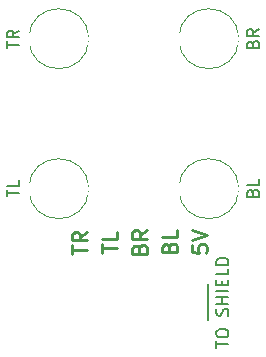
<source format=gto>
%TF.GenerationSoftware,KiCad,Pcbnew,4.0.7-e2-6376~58~ubuntu16.04.1*%
%TF.CreationDate,2018-02-09T13:49:53-08:00*%
%TF.ProjectId,LDR-Board,4C44522D426F6172642E6B696361645F,v1.3*%
%TF.FileFunction,Legend,Top*%
%FSLAX46Y46*%
G04 Gerber Fmt 4.6, Leading zero omitted, Abs format (unit mm)*
G04 Created by KiCad (PCBNEW 4.0.7-e2-6376~58~ubuntu16.04.1) date Fri Feb  9 13:49:53 2018*
%MOMM*%
%LPD*%
G01*
G04 APERTURE LIST*
%ADD10C,0.350000*%
%ADD11C,0.254000*%
%ADD12C,0.050000*%
%ADD13C,0.150000*%
%ADD14C,0.152400*%
%ADD15C,2.184400*%
%ADD16O,2.184400X2.184400*%
%ADD17R,2.184400X2.184400*%
G04 APERTURE END LIST*
D10*
D11*
X24323524Y-75933904D02*
X24323524Y-76538666D01*
X24928286Y-76599142D01*
X24867810Y-76538666D01*
X24807333Y-76417714D01*
X24807333Y-76115333D01*
X24867810Y-75994380D01*
X24928286Y-75933904D01*
X25049238Y-75873428D01*
X25351619Y-75873428D01*
X25472571Y-75933904D01*
X25533048Y-75994380D01*
X25593524Y-76115333D01*
X25593524Y-76417714D01*
X25533048Y-76538666D01*
X25472571Y-76599142D01*
X24323524Y-75510571D02*
X25593524Y-75087237D01*
X24323524Y-74663904D01*
X14163524Y-76689857D02*
X14163524Y-75964142D01*
X15433524Y-76326999D02*
X14163524Y-76326999D01*
X15433524Y-74815095D02*
X14828762Y-75238428D01*
X15433524Y-75540809D02*
X14163524Y-75540809D01*
X14163524Y-75057000D01*
X14224000Y-74936047D01*
X14284476Y-74875571D01*
X14405429Y-74815095D01*
X14586857Y-74815095D01*
X14707810Y-74875571D01*
X14768286Y-74936047D01*
X14828762Y-75057000D01*
X14828762Y-75540809D01*
X16703524Y-76568905D02*
X16703524Y-75843190D01*
X17973524Y-76206047D02*
X16703524Y-76206047D01*
X17973524Y-74815095D02*
X17973524Y-75419857D01*
X16703524Y-75419857D01*
X19848286Y-76236286D02*
X19908762Y-76054857D01*
X19969238Y-75994381D01*
X20090190Y-75933905D01*
X20271619Y-75933905D01*
X20392571Y-75994381D01*
X20453048Y-76054857D01*
X20513524Y-76175810D01*
X20513524Y-76659619D01*
X19243524Y-76659619D01*
X19243524Y-76236286D01*
X19304000Y-76115333D01*
X19364476Y-76054857D01*
X19485429Y-75994381D01*
X19606381Y-75994381D01*
X19727333Y-76054857D01*
X19787810Y-76115333D01*
X19848286Y-76236286D01*
X19848286Y-76659619D01*
X20513524Y-74663905D02*
X19908762Y-75087238D01*
X20513524Y-75389619D02*
X19243524Y-75389619D01*
X19243524Y-74905810D01*
X19304000Y-74784857D01*
X19364476Y-74724381D01*
X19485429Y-74663905D01*
X19666857Y-74663905D01*
X19787810Y-74724381D01*
X19848286Y-74784857D01*
X19908762Y-74905810D01*
X19908762Y-75389619D01*
X22388286Y-76115333D02*
X22448762Y-75933904D01*
X22509238Y-75873428D01*
X22630190Y-75812952D01*
X22811619Y-75812952D01*
X22932571Y-75873428D01*
X22993048Y-75933904D01*
X23053524Y-76054857D01*
X23053524Y-76538666D01*
X21783524Y-76538666D01*
X21783524Y-76115333D01*
X21844000Y-75994380D01*
X21904476Y-75933904D01*
X22025429Y-75873428D01*
X22146381Y-75873428D01*
X22267333Y-75933904D01*
X22327810Y-75994380D01*
X22388286Y-76115333D01*
X22388286Y-76538666D01*
X23053524Y-74663904D02*
X23053524Y-75268666D01*
X21783524Y-75268666D01*
D12*
X28264981Y-58465073D02*
G75*
G03X28264981Y-58465073I-2540000J0D01*
G01*
X15564981Y-71165073D02*
G75*
G03X15564981Y-71165073I-2540000J0D01*
G01*
X28264981Y-71165073D02*
G75*
G03X28264981Y-71165073I-2540000J0D01*
G01*
X15564981Y-58465073D02*
G75*
G03X15564981Y-58465073I-2540000J0D01*
G01*
D13*
X25680000Y-79222000D02*
X25680000Y-82322000D01*
X29463552Y-58893644D02*
X29511171Y-58750787D01*
X29558791Y-58703168D01*
X29654029Y-58655549D01*
X29796886Y-58655549D01*
X29892124Y-58703168D01*
X29939743Y-58750787D01*
X29987362Y-58846025D01*
X29987362Y-59226978D01*
X28987362Y-59226978D01*
X28987362Y-58893644D01*
X29034981Y-58798406D01*
X29082600Y-58750787D01*
X29177838Y-58703168D01*
X29273076Y-58703168D01*
X29368314Y-58750787D01*
X29415933Y-58798406D01*
X29463552Y-58893644D01*
X29463552Y-59226978D01*
X29987362Y-57655549D02*
X29511171Y-57988883D01*
X29987362Y-58226978D02*
X28987362Y-58226978D01*
X28987362Y-57846025D01*
X29034981Y-57750787D01*
X29082600Y-57703168D01*
X29177838Y-57655549D01*
X29320695Y-57655549D01*
X29415933Y-57703168D01*
X29463552Y-57750787D01*
X29511171Y-57846025D01*
X29511171Y-58226978D01*
X8667362Y-71810476D02*
X8667362Y-71239047D01*
X9667362Y-71524762D02*
X8667362Y-71524762D01*
X9667362Y-70429523D02*
X9667362Y-70905714D01*
X8667362Y-70905714D01*
X29463552Y-71498406D02*
X29511171Y-71355549D01*
X29558791Y-71307930D01*
X29654029Y-71260311D01*
X29796886Y-71260311D01*
X29892124Y-71307930D01*
X29939743Y-71355549D01*
X29987362Y-71450787D01*
X29987362Y-71831740D01*
X28987362Y-71831740D01*
X28987362Y-71498406D01*
X29034981Y-71403168D01*
X29082600Y-71355549D01*
X29177838Y-71307930D01*
X29273076Y-71307930D01*
X29368314Y-71355549D01*
X29415933Y-71403168D01*
X29463552Y-71498406D01*
X29463552Y-71831740D01*
X29987362Y-70355549D02*
X29987362Y-70831740D01*
X28987362Y-70831740D01*
X8667362Y-59250787D02*
X8667362Y-58679358D01*
X9667362Y-58965073D02*
X8667362Y-58965073D01*
X9667362Y-57774596D02*
X9191171Y-58107930D01*
X9667362Y-58346025D02*
X8667362Y-58346025D01*
X8667362Y-57965072D01*
X8714981Y-57869834D01*
X8762600Y-57822215D01*
X8857838Y-57774596D01*
X9000695Y-57774596D01*
X9095933Y-57822215D01*
X9143552Y-57869834D01*
X9191171Y-57965072D01*
X9191171Y-58346025D01*
D14*
X26367619Y-84618285D02*
X26367619Y-84037714D01*
X27383619Y-84327999D02*
X26367619Y-84327999D01*
X26367619Y-83505523D02*
X26367619Y-83312000D01*
X26416000Y-83215238D01*
X26512762Y-83118476D01*
X26706286Y-83070095D01*
X27044952Y-83070095D01*
X27238476Y-83118476D01*
X27335238Y-83215238D01*
X27383619Y-83312000D01*
X27383619Y-83505523D01*
X27335238Y-83602285D01*
X27238476Y-83699047D01*
X27044952Y-83747428D01*
X26706286Y-83747428D01*
X26512762Y-83699047D01*
X26416000Y-83602285D01*
X26367619Y-83505523D01*
X27335238Y-81908952D02*
X27383619Y-81763809D01*
X27383619Y-81521905D01*
X27335238Y-81425143D01*
X27286857Y-81376762D01*
X27190095Y-81328381D01*
X27093333Y-81328381D01*
X26996571Y-81376762D01*
X26948190Y-81425143D01*
X26899810Y-81521905D01*
X26851429Y-81715428D01*
X26803048Y-81812190D01*
X26754667Y-81860571D01*
X26657905Y-81908952D01*
X26561143Y-81908952D01*
X26464381Y-81860571D01*
X26416000Y-81812190D01*
X26367619Y-81715428D01*
X26367619Y-81473524D01*
X26416000Y-81328381D01*
X27383619Y-80892952D02*
X26367619Y-80892952D01*
X26851429Y-80892952D02*
X26851429Y-80312381D01*
X27383619Y-80312381D02*
X26367619Y-80312381D01*
X27383619Y-79828571D02*
X26367619Y-79828571D01*
X26851429Y-79344761D02*
X26851429Y-79006095D01*
X27383619Y-78860952D02*
X27383619Y-79344761D01*
X26367619Y-79344761D01*
X26367619Y-78860952D01*
X27383619Y-77941714D02*
X27383619Y-78425523D01*
X26367619Y-78425523D01*
X27383619Y-77603047D02*
X26367619Y-77603047D01*
X26367619Y-77361142D01*
X26416000Y-77216000D01*
X26512762Y-77119238D01*
X26609524Y-77070857D01*
X26803048Y-77022476D01*
X26948190Y-77022476D01*
X27141714Y-77070857D01*
X27238476Y-77119238D01*
X27335238Y-77216000D01*
X27383619Y-77361142D01*
X27383619Y-77603047D01*
%LPC*%
D15*
X27224981Y-58465073D03*
D16*
X24224981Y-58465073D03*
D15*
X14524981Y-71165073D03*
D16*
X11524981Y-71165073D03*
D15*
X27224981Y-71165073D03*
D16*
X24224981Y-71165073D03*
D15*
X11524981Y-58465073D03*
D16*
X14524981Y-58465073D03*
D17*
X24130000Y-80772000D03*
D16*
X21590000Y-80772000D03*
X19050000Y-80772000D03*
X16510000Y-80772000D03*
X13970000Y-80772000D03*
M02*

</source>
